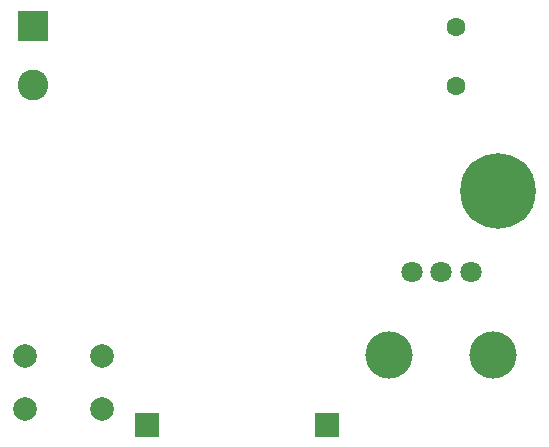
<source format=gbs>
%TF.GenerationSoftware,KiCad,Pcbnew,(6.0.7)*%
%TF.CreationDate,2022-08-07T20:56:25-04:00*%
%TF.ProjectId,2022_generic,32303232-5f67-4656-9e65-7269632e6b69,rev?*%
%TF.SameCoordinates,Original*%
%TF.FileFunction,Soldermask,Bot*%
%TF.FilePolarity,Negative*%
%FSLAX46Y46*%
G04 Gerber Fmt 4.6, Leading zero omitted, Abs format (unit mm)*
G04 Created by KiCad (PCBNEW (6.0.7)) date 2022-08-07 20:56:25*
%MOMM*%
%LPD*%
G01*
G04 APERTURE LIST*
%ADD10C,6.400000*%
%ADD11R,2.000000X2.000000*%
%ADD12R,2.600000X2.600000*%
%ADD13C,2.600000*%
%ADD14C,4.000000*%
%ADD15C,1.800000*%
%ADD16C,1.600000*%
%ADD17C,2.000000*%
G04 APERTURE END LIST*
D10*
X180848000Y-118110000D03*
D11*
X166370000Y-137922000D03*
D12*
X141470000Y-104180000D03*
D13*
X141470000Y-109180000D03*
D14*
X180422000Y-132014000D03*
X171622000Y-132014000D03*
D15*
X173522000Y-125014000D03*
X176022000Y-125014000D03*
X178522000Y-125014000D03*
D11*
X151130000Y-137922000D03*
D16*
X177292000Y-109249216D03*
X177292000Y-104249216D03*
D17*
X147268000Y-132116000D03*
X140768000Y-132116000D03*
X140768000Y-136616000D03*
X147268000Y-136616000D03*
M02*

</source>
